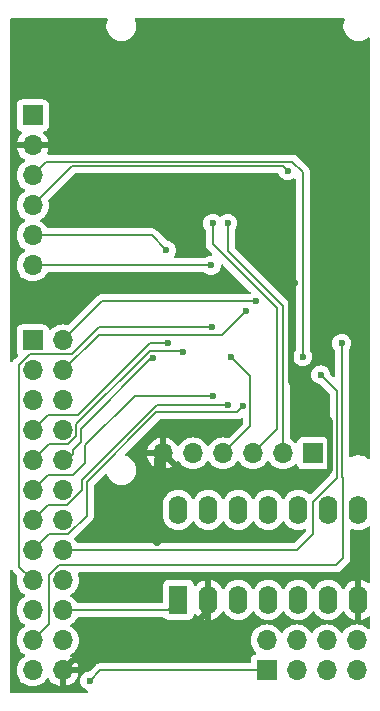
<source format=gbr>
%TF.GenerationSoftware,KiCad,Pcbnew,8.0.0-8.0.0-1~ubuntu22.04.1*%
%TF.CreationDate,2024-03-03T19:53:44+01:00*%
%TF.ProjectId,spi65,73706936-352e-46b6-9963-61645f706362,rev?*%
%TF.SameCoordinates,Original*%
%TF.FileFunction,Copper,L2,Bot*%
%TF.FilePolarity,Positive*%
%FSLAX46Y46*%
G04 Gerber Fmt 4.6, Leading zero omitted, Abs format (unit mm)*
G04 Created by KiCad (PCBNEW 8.0.0-8.0.0-1~ubuntu22.04.1) date 2024-03-03 19:53:44*
%MOMM*%
%LPD*%
G01*
G04 APERTURE LIST*
%TA.AperFunction,ComponentPad*%
%ADD10R,1.700000X1.700000*%
%TD*%
%TA.AperFunction,ComponentPad*%
%ADD11O,1.700000X1.700000*%
%TD*%
%TA.AperFunction,ComponentPad*%
%ADD12R,1.600000X2.400000*%
%TD*%
%TA.AperFunction,ComponentPad*%
%ADD13O,1.600000X2.400000*%
%TD*%
%TA.AperFunction,ViaPad*%
%ADD14C,0.700000*%
%TD*%
%TA.AperFunction,ViaPad*%
%ADD15C,0.600000*%
%TD*%
%TA.AperFunction,Conductor*%
%ADD16C,0.500000*%
%TD*%
%TA.AperFunction,Conductor*%
%ADD17C,0.200000*%
%TD*%
G04 APERTURE END LIST*
D10*
%TO.P,J3,1,Pin_1*%
%TO.N,VCC*%
X104140000Y-59690000D03*
D11*
%TO.P,J3,2,Pin_2*%
%TO.N,GND*%
X104140000Y-62230000D03*
%TO.P,J3,3,Pin_3*%
%TO.N,/TCK*%
X104140000Y-64770000D03*
%TO.P,J3,4,Pin_4*%
%TO.N,/TDO*%
X104140000Y-67310000D03*
%TO.P,J3,5,Pin_5*%
%TO.N,/TDI*%
X104140000Y-69850000D03*
%TO.P,J3,6,Pin_6*%
%TO.N,/TMS*%
X104140000Y-72390000D03*
%TD*%
D10*
%TO.P,J2,1,Pin_1*%
%TO.N,/EXTCLK*%
X123952000Y-106680000D03*
D11*
%TO.P,J2,2,Pin_2*%
%TO.N,Net-(J2-Pin_2)*%
X123952000Y-104140000D03*
%TO.P,J2,3,Pin_3*%
%TO.N,/EXTCLK*%
X126492000Y-106680000D03*
%TO.P,J2,4,Pin_4*%
%TO.N,Net-(J2-Pin_4)*%
X126492000Y-104140000D03*
%TO.P,J2,5,Pin_5*%
%TO.N,/EXTCLK*%
X129032000Y-106680000D03*
%TO.P,J2,6,Pin_6*%
%TO.N,Net-(J2-Pin_6)*%
X129032000Y-104140000D03*
%TO.P,J2,7,Pin_7*%
%TO.N,/EXTCLK*%
X131572000Y-106680000D03*
%TO.P,J2,8,Pin_8*%
%TO.N,Net-(J2-Pin_8)*%
X131572000Y-104140000D03*
%TD*%
D10*
%TO.P,J1,1,Pin_1*%
%TO.N,/CS*%
X127867000Y-88306500D03*
D11*
%TO.P,J1,2,Pin_2*%
%TO.N,/SCK*%
X125327000Y-88306500D03*
%TO.P,J1,3,Pin_3*%
%TO.N,/MOSI*%
X122787000Y-88306500D03*
%TO.P,J1,4,Pin_4*%
%TO.N,/MISO*%
X120247000Y-88306500D03*
%TO.P,J1,5,Pin_5*%
%TO.N,VCC*%
X117707000Y-88306500D03*
%TO.P,J1,6,Pin_6*%
%TO.N,GND*%
X115167000Y-88306500D03*
%TD*%
D12*
%TO.P,U2,1,CP*%
%TO.N,/BUF_PHI2*%
X116459000Y-100711000D03*
D13*
%TO.P,U2,2,MR*%
%TO.N,GND*%
X118999000Y-100711000D03*
%TO.P,U2,3,Q0*%
%TO.N,Net-(J2-Pin_2)*%
X121539000Y-100711000D03*
%TO.P,U2,4,Q1*%
%TO.N,Net-(J2-Pin_4)*%
X124079000Y-100711000D03*
%TO.P,U2,5,Q2*%
%TO.N,Net-(J2-Pin_6)*%
X126619000Y-100711000D03*
%TO.P,U2,6,Q3*%
%TO.N,Net-(J2-Pin_8)*%
X129159000Y-100711000D03*
%TO.P,U2,7,GND*%
%TO.N,GND*%
X131699000Y-100711000D03*
%TO.P,U2,8*%
%TO.N,N/C*%
X131699000Y-93091000D03*
%TO.P,U2,9*%
X129159000Y-93091000D03*
%TO.P,U2,10*%
X126619000Y-93091000D03*
%TO.P,U2,11*%
X124079000Y-93091000D03*
%TO.P,U2,12*%
X121539000Y-93091000D03*
%TO.P,U2,13*%
X118999000Y-93091000D03*
%TO.P,U2,14,VCC*%
%TO.N,VCC*%
X116459000Y-93091000D03*
%TD*%
D10*
%TO.P,SLOT1,1,Pin_1*%
%TO.N,/BUF_D0*%
X104140000Y-78740000D03*
D11*
%TO.P,SLOT1,2,Pin_2*%
%TO.N,/BUF_A0*%
X106680000Y-78740000D03*
%TO.P,SLOT1,3,Pin_3*%
%TO.N,/BUF_D1*%
X104140000Y-81280000D03*
%TO.P,SLOT1,4,Pin_4*%
%TO.N,/BUF_A1*%
X106680000Y-81280000D03*
%TO.P,SLOT1,5,Pin_5*%
%TO.N,/BUF_D2*%
X104140000Y-83820000D03*
%TO.P,SLOT1,6,Pin_6*%
%TO.N,/BUF_A2*%
X106680000Y-83820000D03*
%TO.P,SLOT1,7,Pin_7*%
%TO.N,/BUF_D3*%
X104140000Y-86360000D03*
%TO.P,SLOT1,8,Pin_8*%
%TO.N,/BUF_A3*%
X106680000Y-86360000D03*
%TO.P,SLOT1,9,Pin_9*%
%TO.N,/BUF_D4*%
X104140000Y-88900000D03*
%TO.P,SLOT1,10,Pin_10*%
%TO.N,/BUF_R~{W}*%
X106680000Y-88900000D03*
%TO.P,SLOT1,11,Pin_11*%
%TO.N,/BUF_D5*%
X104140000Y-91440000D03*
%TO.P,SLOT1,12,Pin_12*%
%TO.N,/~{BUF_WE}*%
X106680000Y-91440000D03*
%TO.P,SLOT1,13,Pin_13*%
%TO.N,/BUF_D6*%
X104140000Y-93980000D03*
%TO.P,SLOT1,14,Pin_14*%
%TO.N,/~{BUF_OE}*%
X106680000Y-93980000D03*
%TO.P,SLOT1,15,Pin_15*%
%TO.N,/BUF_D7*%
X104140000Y-96520000D03*
%TO.P,SLOT1,16,Pin_16*%
%TO.N,/~{CS_SLOT0}*%
X106680000Y-96520000D03*
%TO.P,SLOT1,17,Pin_17*%
%TO.N,/~{IRQ}*%
X104140000Y-99060000D03*
%TO.P,SLOT1,18,Pin_18*%
%TO.N,/~{NMI}*%
X106680000Y-99060000D03*
%TO.P,SLOT1,19,Pin_19*%
%TO.N,/CPU_RDY*%
X104140000Y-101600000D03*
%TO.P,SLOT1,20,Pin_20*%
%TO.N,/BUF_PHI2*%
X106680000Y-101600000D03*
%TO.P,SLOT1,21,Pin_21*%
%TO.N,/~{RESET}*%
X104140000Y-104140000D03*
%TO.P,SLOT1,22,Pin_22*%
%TO.N,/RESET_TRIG*%
X106680000Y-104140000D03*
%TO.P,SLOT1,23,Pin_23*%
%TO.N,VCC*%
X104140000Y-106680000D03*
%TO.P,SLOT1,24,Pin_24*%
%TO.N,GND*%
X106680000Y-106680000D03*
%TD*%
D14*
%TO.N,GND*%
X126238000Y-73914000D03*
X114681000Y-95770000D03*
X124460000Y-68072000D03*
D15*
%TO.N,/MISO*%
X120904492Y-80137000D03*
%TO.N,/MOSI*%
X119380000Y-68834000D03*
%TO.N,/SCK*%
X120650000Y-68834000D03*
%TO.N,/EXTCLK*%
X108966000Y-107569000D03*
%TO.N,/~{CS_SLOT0}*%
X128524000Y-81661000D03*
%TO.N,/BUF_A1*%
X122203541Y-76229541D03*
%TO.N,/BUF_R~{W}*%
X114299998Y-80263999D03*
%TO.N,/BUF_D6*%
X120650000Y-84201000D03*
%TO.N,/BUF_D3*%
X115570000Y-78994000D03*
%TO.N,/~{RESET}*%
X130302000Y-78994000D03*
%TO.N,/BUF_D4*%
X116840000Y-79741000D03*
%TO.N,/BUF_D7*%
X121920000Y-84328000D03*
%TO.N,/~{IRQ}*%
X119319343Y-77638520D03*
%TO.N,/BUF_A0*%
X123063000Y-75423000D03*
%TO.N,/BUF_D5*%
X119379998Y-83439000D03*
%TO.N,/TDI*%
X115462538Y-71100462D03*
%TO.N,/TMS*%
X119253000Y-72390000D03*
%TO.N,/TCK*%
X126999999Y-80137000D03*
%TO.N,/TDO*%
X125730000Y-64389000D03*
%TD*%
D16*
%TO.N,GND*%
X106680000Y-106680000D02*
X107530000Y-105830000D01*
X126238000Y-73914000D02*
X124460000Y-72136000D01*
X115167000Y-88306500D02*
X114681000Y-88792500D01*
X125984000Y-74168000D02*
X126238000Y-73914000D01*
X107530000Y-105830000D02*
X114780000Y-105830000D01*
X117284500Y-90424000D02*
X128524000Y-90424000D01*
X115167000Y-88306500D02*
X117284500Y-90424000D01*
X118999000Y-101611000D02*
X118999000Y-100711000D01*
X114681000Y-88792500D02*
X114681000Y-95770000D01*
X129267000Y-89681000D02*
X129267000Y-85579000D01*
X129267000Y-85579000D02*
X125984000Y-82296000D01*
X124460000Y-72136000D02*
X124460000Y-68072000D01*
X128524000Y-90424000D02*
X129267000Y-89681000D01*
X125984000Y-82296000D02*
X125984000Y-74168000D01*
X114780000Y-105830000D02*
X118999000Y-101611000D01*
D17*
%TO.N,/MISO*%
X122554998Y-81787506D02*
X120904492Y-80137000D01*
X120247000Y-88306500D02*
X122554998Y-85998502D01*
X122554998Y-85998502D02*
X122554998Y-81787506D01*
%TO.N,/MOSI*%
X122787000Y-88306500D02*
X124834000Y-86259500D01*
X124834000Y-76033089D02*
X119380000Y-70579089D01*
X124834000Y-86259500D02*
X124834000Y-76033089D01*
X119380000Y-70579089D02*
X119380000Y-68834000D01*
%TO.N,/SCK*%
X120650000Y-71141982D02*
X125327000Y-75818982D01*
X120650000Y-68834000D02*
X120650000Y-71141982D01*
X125327000Y-75818982D02*
X125327000Y-88306500D01*
%TO.N,/EXTCLK*%
X108966000Y-107569000D02*
X109855000Y-106680000D01*
X109855000Y-106680000D02*
X123952000Y-106680000D01*
%TO.N,/~{CS_SLOT0}*%
X129921000Y-90373365D02*
X129921000Y-83058000D01*
X126492000Y-96520000D02*
X127889000Y-95123000D01*
X127889000Y-92405365D02*
X129921000Y-90373365D01*
X129921000Y-83058000D02*
X128524000Y-81661000D01*
X127889000Y-95123000D02*
X127889000Y-92405365D01*
X106680000Y-96520000D02*
X126492000Y-96520000D01*
%TO.N,/BUF_A1*%
X106680000Y-81280000D02*
X109708353Y-78251647D01*
X120181435Y-78251647D02*
X122203541Y-76229541D01*
X109708353Y-78251647D02*
X120181435Y-78251647D01*
%TO.N,/BUF_R~{W}*%
X114173001Y-80263999D02*
X114299998Y-80263999D01*
X106680000Y-88900000D02*
X107061000Y-88900000D01*
X108230000Y-86207000D02*
X114173001Y-80263999D01*
X107061000Y-88900000D02*
X107569000Y-88392000D01*
X107569000Y-88392000D02*
X107569000Y-88011000D01*
X108230000Y-87350000D02*
X108230000Y-86207000D01*
X107569000Y-88011000D02*
X108230000Y-87350000D01*
%TO.N,/BUF_D6*%
X107036346Y-92710000D02*
X108312000Y-91434346D01*
X108312000Y-90571626D02*
X114682626Y-84201000D01*
X114682626Y-84201000D02*
X120650000Y-84201000D01*
X105410000Y-92710000D02*
X107036346Y-92710000D01*
X108312000Y-91434346D02*
X108312000Y-90571626D01*
X104140000Y-93980000D02*
X105410000Y-92710000D01*
%TO.N,/BUF_D3*%
X114085074Y-78994000D02*
X115570000Y-78994000D01*
X105410000Y-85090000D02*
X107989074Y-85090000D01*
X104140000Y-86360000D02*
X105410000Y-85090000D01*
X107989074Y-85090000D02*
X114085074Y-78994000D01*
%TO.N,/~{RESET}*%
X130429000Y-97155000D02*
X130429000Y-90364688D01*
X106323654Y-97790000D02*
X129794000Y-97790000D01*
X130349000Y-90284688D02*
X130349000Y-79041000D01*
X105530000Y-98583654D02*
X106323654Y-97790000D01*
X104140000Y-104140000D02*
X105530000Y-102750000D01*
X130429000Y-90364688D02*
X130349000Y-90284688D01*
X105530000Y-102750000D02*
X105530000Y-98583654D01*
X130349000Y-79041000D02*
X130302000Y-78994000D01*
X129794000Y-97790000D02*
X130429000Y-97155000D01*
%TO.N,/BUF_D4*%
X107830000Y-85814758D02*
X114030759Y-79613999D01*
X116713000Y-79614000D02*
X116840000Y-79741000D01*
X104140000Y-88900000D02*
X105530000Y-87510000D01*
X105530000Y-87510000D02*
X107156346Y-87510000D01*
X107830000Y-86836346D02*
X107830000Y-85814758D01*
X107156346Y-87510000D02*
X107830000Y-86836346D01*
X114030759Y-79613999D02*
X116713000Y-79614000D01*
%TO.N,/BUF_PHI2*%
X115570000Y-101600000D02*
X116459000Y-100711000D01*
X106680000Y-101600000D02*
X115570000Y-101600000D01*
%TO.N,/BUF_D7*%
X107156346Y-95130000D02*
X108712000Y-93574346D01*
X108712000Y-90737312D02*
X114613312Y-84836000D01*
X105530000Y-95130000D02*
X107156346Y-95130000D01*
X114613312Y-84836000D02*
X121412000Y-84836000D01*
X121412000Y-84836000D02*
X121920000Y-84328000D01*
X104140000Y-96520000D02*
X105530000Y-95130000D01*
X108712000Y-93574346D02*
X108712000Y-90737312D01*
%TO.N,/~{IRQ}*%
X104140000Y-99060000D02*
X102990000Y-97910000D01*
X103903654Y-79890000D02*
X107504314Y-79890000D01*
X102990000Y-80803654D02*
X103903654Y-79890000D01*
X109755794Y-77638520D02*
X119319343Y-77638520D01*
X107504314Y-79890000D02*
X109755794Y-77638520D01*
X102990000Y-97910000D02*
X102990000Y-80803654D01*
%TO.N,/BUF_A0*%
X109997000Y-75423000D02*
X123063000Y-75423000D01*
X106680000Y-78740000D02*
X109997000Y-75423000D01*
%TO.N,/BUF_D5*%
X105410000Y-90170000D02*
X107569000Y-90170000D01*
X108585000Y-89154000D02*
X108585000Y-87630000D01*
X108585000Y-87630000D02*
X112776000Y-83439000D01*
X112776000Y-83439000D02*
X119379998Y-83439000D01*
X107569000Y-90170000D02*
X108585000Y-89154000D01*
X104140000Y-91440000D02*
X105410000Y-90170000D01*
%TO.N,/TDI*%
X104140000Y-69850000D02*
X114212076Y-69850000D01*
X114212076Y-69850000D02*
X115462538Y-71100462D01*
%TO.N,/TMS*%
X104140000Y-72390000D02*
X119253000Y-72390000D01*
%TO.N,/TCK*%
X126999999Y-64485760D02*
X126999999Y-80137000D01*
X126122239Y-63608000D02*
X126999999Y-64485760D01*
X105302000Y-63608000D02*
X126122239Y-63608000D01*
X104140000Y-64770000D02*
X105302000Y-63608000D01*
%TO.N,/TDO*%
X125349000Y-64008000D02*
X125730000Y-64389000D01*
X107442000Y-64008000D02*
X125349000Y-64008000D01*
X104140000Y-67310000D02*
X107442000Y-64008000D01*
%TD*%
%TA.AperFunction,Conductor*%
%TO.N,GND*%
G36*
X102440203Y-98172362D02*
G01*
X102466384Y-98204072D01*
X102496023Y-98255407D01*
X102509479Y-98278715D01*
X102628349Y-98397585D01*
X102628355Y-98397590D01*
X102807233Y-98576468D01*
X102840718Y-98637791D01*
X102839327Y-98696241D01*
X102804939Y-98824583D01*
X102804936Y-98824596D01*
X102784341Y-99059999D01*
X102784341Y-99060000D01*
X102804936Y-99295403D01*
X102804938Y-99295413D01*
X102866094Y-99523655D01*
X102866096Y-99523659D01*
X102866097Y-99523663D01*
X102915520Y-99629650D01*
X102965965Y-99737830D01*
X102965967Y-99737834D01*
X103101501Y-99931395D01*
X103101506Y-99931402D01*
X103268597Y-100098493D01*
X103268603Y-100098498D01*
X103454158Y-100228425D01*
X103497783Y-100283002D01*
X103504977Y-100352500D01*
X103473454Y-100414855D01*
X103454158Y-100431575D01*
X103268597Y-100561505D01*
X103101505Y-100728597D01*
X102965965Y-100922169D01*
X102965964Y-100922171D01*
X102866098Y-101136335D01*
X102866094Y-101136344D01*
X102804938Y-101364586D01*
X102804936Y-101364596D01*
X102784341Y-101599999D01*
X102784341Y-101600000D01*
X102804936Y-101835403D01*
X102804938Y-101835413D01*
X102866094Y-102063655D01*
X102866096Y-102063659D01*
X102866097Y-102063663D01*
X102938839Y-102219658D01*
X102965965Y-102277830D01*
X102965967Y-102277834D01*
X103101501Y-102471395D01*
X103101506Y-102471402D01*
X103268597Y-102638493D01*
X103268603Y-102638498D01*
X103454158Y-102768425D01*
X103497783Y-102823002D01*
X103504977Y-102892500D01*
X103473454Y-102954855D01*
X103454158Y-102971575D01*
X103268597Y-103101505D01*
X103101505Y-103268597D01*
X102965965Y-103462169D01*
X102965964Y-103462171D01*
X102866098Y-103676335D01*
X102866094Y-103676344D01*
X102804938Y-103904586D01*
X102804936Y-103904596D01*
X102784341Y-104139999D01*
X102784341Y-104140000D01*
X102804936Y-104375403D01*
X102804938Y-104375413D01*
X102866094Y-104603655D01*
X102866096Y-104603659D01*
X102866097Y-104603663D01*
X102870000Y-104612032D01*
X102965965Y-104817830D01*
X102965967Y-104817834D01*
X103074281Y-104972521D01*
X103101501Y-105011396D01*
X103101506Y-105011402D01*
X103268597Y-105178493D01*
X103268603Y-105178498D01*
X103454158Y-105308425D01*
X103497783Y-105363002D01*
X103504977Y-105432500D01*
X103473454Y-105494855D01*
X103454158Y-105511575D01*
X103268597Y-105641505D01*
X103101505Y-105808597D01*
X102965965Y-106002169D01*
X102965964Y-106002171D01*
X102866098Y-106216335D01*
X102866094Y-106216344D01*
X102804938Y-106444586D01*
X102804936Y-106444596D01*
X102784341Y-106679999D01*
X102784341Y-106680000D01*
X102804936Y-106915403D01*
X102804938Y-106915413D01*
X102866094Y-107143655D01*
X102866096Y-107143659D01*
X102866097Y-107143663D01*
X102946004Y-107315023D01*
X102965965Y-107357830D01*
X102965967Y-107357834D01*
X103074281Y-107512521D01*
X103101505Y-107551401D01*
X103268599Y-107718495D01*
X103365384Y-107786265D01*
X103462165Y-107854032D01*
X103462167Y-107854033D01*
X103462170Y-107854035D01*
X103676337Y-107953903D01*
X103904592Y-108015063D01*
X104081034Y-108030500D01*
X104139999Y-108035659D01*
X104140000Y-108035659D01*
X104140001Y-108035659D01*
X104198966Y-108030500D01*
X104375408Y-108015063D01*
X104603663Y-107953903D01*
X104817830Y-107854035D01*
X105011401Y-107718495D01*
X105178495Y-107551401D01*
X105308730Y-107365405D01*
X105363307Y-107321781D01*
X105432805Y-107314587D01*
X105495160Y-107346110D01*
X105511879Y-107365405D01*
X105641890Y-107551078D01*
X105808917Y-107718105D01*
X106002421Y-107853600D01*
X106216507Y-107953429D01*
X106216516Y-107953433D01*
X106430000Y-108010634D01*
X106430000Y-107113012D01*
X106487007Y-107145925D01*
X106614174Y-107180000D01*
X106745826Y-107180000D01*
X106872993Y-107145925D01*
X106930000Y-107113012D01*
X106930000Y-108010633D01*
X107143483Y-107953433D01*
X107143492Y-107953429D01*
X107357578Y-107853600D01*
X107551082Y-107718105D01*
X107718105Y-107551082D01*
X107853600Y-107357578D01*
X107953429Y-107143492D01*
X107953432Y-107143486D01*
X108010636Y-106930000D01*
X107113012Y-106930000D01*
X107145925Y-106872993D01*
X107180000Y-106745826D01*
X107180000Y-106614174D01*
X107145925Y-106487007D01*
X107113012Y-106430000D01*
X108010636Y-106430000D01*
X108010635Y-106429999D01*
X107953432Y-106216513D01*
X107953429Y-106216507D01*
X107853600Y-106002422D01*
X107853599Y-106002420D01*
X107718113Y-105808926D01*
X107718108Y-105808920D01*
X107551078Y-105641890D01*
X107365405Y-105511879D01*
X107321780Y-105457302D01*
X107314588Y-105387804D01*
X107346110Y-105325449D01*
X107365406Y-105308730D01*
X107365842Y-105308425D01*
X107551401Y-105178495D01*
X107718495Y-105011401D01*
X107854035Y-104817830D01*
X107953903Y-104603663D01*
X108015063Y-104375408D01*
X108035659Y-104140000D01*
X108015063Y-103904592D01*
X107953903Y-103676337D01*
X107854035Y-103462171D01*
X107848425Y-103454158D01*
X107718494Y-103268597D01*
X107551402Y-103101506D01*
X107551396Y-103101501D01*
X107365842Y-102971575D01*
X107322217Y-102916998D01*
X107315023Y-102847500D01*
X107346546Y-102785145D01*
X107365842Y-102768425D01*
X107388026Y-102752891D01*
X107551401Y-102638495D01*
X107718495Y-102471401D01*
X107854035Y-102277830D01*
X107856707Y-102272097D01*
X107902878Y-102219658D01*
X107969091Y-102200500D01*
X115188445Y-102200500D01*
X115255484Y-102220185D01*
X115287710Y-102250187D01*
X115301454Y-102268546D01*
X115301455Y-102268547D01*
X115416664Y-102354793D01*
X115416671Y-102354797D01*
X115551517Y-102405091D01*
X115551516Y-102405091D01*
X115558444Y-102405835D01*
X115611127Y-102411500D01*
X117306872Y-102411499D01*
X117366483Y-102405091D01*
X117501331Y-102354796D01*
X117616546Y-102268546D01*
X117702796Y-102153331D01*
X117753091Y-102018483D01*
X117757140Y-101980815D01*
X117783876Y-101916268D01*
X117841268Y-101876419D01*
X117911093Y-101873924D01*
X117971183Y-101909576D01*
X117980747Y-101921187D01*
X118007417Y-101957894D01*
X118007417Y-101957895D01*
X118152104Y-102102582D01*
X118317650Y-102222859D01*
X118499968Y-102315754D01*
X118694578Y-102378988D01*
X118749000Y-102387607D01*
X118749000Y-101026686D01*
X118753394Y-101031080D01*
X118844606Y-101083741D01*
X118946339Y-101111000D01*
X119051661Y-101111000D01*
X119153394Y-101083741D01*
X119244606Y-101031080D01*
X119249000Y-101026686D01*
X119249000Y-102387606D01*
X119303421Y-102378988D01*
X119498031Y-102315754D01*
X119680349Y-102222859D01*
X119845894Y-102102582D01*
X119845895Y-102102582D01*
X119990582Y-101957895D01*
X119990582Y-101957894D01*
X120110861Y-101792347D01*
X120158234Y-101699371D01*
X120206208Y-101648575D01*
X120274028Y-101631779D01*
X120340164Y-101654316D01*
X120379203Y-101699369D01*
X120426713Y-101792611D01*
X120547028Y-101958213D01*
X120691786Y-102102971D01*
X120826026Y-102200500D01*
X120857390Y-102223287D01*
X120964444Y-102277834D01*
X121039776Y-102316218D01*
X121039778Y-102316218D01*
X121039781Y-102316220D01*
X121144137Y-102350127D01*
X121234465Y-102379477D01*
X121335557Y-102395488D01*
X121436648Y-102411500D01*
X121436649Y-102411500D01*
X121641351Y-102411500D01*
X121641352Y-102411500D01*
X121843534Y-102379477D01*
X122038219Y-102316220D01*
X122220610Y-102223287D01*
X122316901Y-102153328D01*
X122386213Y-102102971D01*
X122386215Y-102102968D01*
X122386219Y-102102966D01*
X122530966Y-101958219D01*
X122530968Y-101958215D01*
X122530971Y-101958213D01*
X122651284Y-101792614D01*
X122651286Y-101792611D01*
X122651287Y-101792610D01*
X122698516Y-101699917D01*
X122746489Y-101649123D01*
X122814310Y-101632328D01*
X122880445Y-101654865D01*
X122919485Y-101699919D01*
X122966715Y-101792614D01*
X123087028Y-101958213D01*
X123231786Y-102102971D01*
X123366026Y-102200500D01*
X123397390Y-102223287D01*
X123504444Y-102277834D01*
X123579776Y-102316218D01*
X123579778Y-102316218D01*
X123579781Y-102316220D01*
X123684137Y-102350127D01*
X123774465Y-102379477D01*
X123875557Y-102395488D01*
X123976648Y-102411500D01*
X123976649Y-102411500D01*
X124181351Y-102411500D01*
X124181352Y-102411500D01*
X124383534Y-102379477D01*
X124578219Y-102316220D01*
X124760610Y-102223287D01*
X124856901Y-102153328D01*
X124926213Y-102102971D01*
X124926215Y-102102968D01*
X124926219Y-102102966D01*
X125070966Y-101958219D01*
X125070968Y-101958215D01*
X125070971Y-101958213D01*
X125191284Y-101792614D01*
X125191286Y-101792611D01*
X125191287Y-101792610D01*
X125238516Y-101699917D01*
X125286489Y-101649123D01*
X125354310Y-101632328D01*
X125420445Y-101654865D01*
X125459485Y-101699919D01*
X125506715Y-101792614D01*
X125627028Y-101958213D01*
X125771786Y-102102971D01*
X125906026Y-102200500D01*
X125937390Y-102223287D01*
X126044444Y-102277834D01*
X126119776Y-102316218D01*
X126119778Y-102316218D01*
X126119781Y-102316220D01*
X126224137Y-102350127D01*
X126314465Y-102379477D01*
X126415557Y-102395488D01*
X126516648Y-102411500D01*
X126516649Y-102411500D01*
X126721351Y-102411500D01*
X126721352Y-102411500D01*
X126923534Y-102379477D01*
X127118219Y-102316220D01*
X127300610Y-102223287D01*
X127396901Y-102153328D01*
X127466213Y-102102971D01*
X127466215Y-102102968D01*
X127466219Y-102102966D01*
X127610966Y-101958219D01*
X127610968Y-101958215D01*
X127610971Y-101958213D01*
X127731284Y-101792614D01*
X127731286Y-101792611D01*
X127731287Y-101792610D01*
X127778516Y-101699917D01*
X127826489Y-101649123D01*
X127894310Y-101632328D01*
X127960445Y-101654865D01*
X127999485Y-101699919D01*
X128046715Y-101792614D01*
X128167028Y-101958213D01*
X128311786Y-102102971D01*
X128446026Y-102200500D01*
X128477390Y-102223287D01*
X128584444Y-102277834D01*
X128659776Y-102316218D01*
X128659778Y-102316218D01*
X128659781Y-102316220D01*
X128764137Y-102350127D01*
X128854465Y-102379477D01*
X128955557Y-102395488D01*
X129056648Y-102411500D01*
X129056649Y-102411500D01*
X129261351Y-102411500D01*
X129261352Y-102411500D01*
X129463534Y-102379477D01*
X129658219Y-102316220D01*
X129840610Y-102223287D01*
X129936901Y-102153328D01*
X130006213Y-102102971D01*
X130006215Y-102102968D01*
X130006219Y-102102966D01*
X130150966Y-101958219D01*
X130150968Y-101958215D01*
X130150971Y-101958213D01*
X130271284Y-101792614D01*
X130271286Y-101792611D01*
X130271287Y-101792610D01*
X130318795Y-101699369D01*
X130366770Y-101648574D01*
X130434591Y-101631779D01*
X130500725Y-101654316D01*
X130539765Y-101699370D01*
X130587140Y-101792349D01*
X130707417Y-101957894D01*
X130707417Y-101957895D01*
X130852104Y-102102582D01*
X131017650Y-102222859D01*
X131199968Y-102315754D01*
X131394578Y-102378988D01*
X131449000Y-102387607D01*
X131449000Y-101026686D01*
X131453394Y-101031080D01*
X131544606Y-101083741D01*
X131646339Y-101111000D01*
X131751661Y-101111000D01*
X131853394Y-101083741D01*
X131944606Y-101031080D01*
X131949000Y-101026686D01*
X131949000Y-102387606D01*
X132003421Y-102378988D01*
X132198031Y-102315754D01*
X132380349Y-102222859D01*
X132518114Y-102122767D01*
X132583921Y-102099287D01*
X132651974Y-102115112D01*
X132700669Y-102165218D01*
X132715000Y-102223085D01*
X132715000Y-103073741D01*
X132695315Y-103140780D01*
X132642511Y-103186535D01*
X132573353Y-103196479D01*
X132509797Y-103167454D01*
X132503319Y-103161423D01*
X132482676Y-103140780D01*
X132443401Y-103101505D01*
X132443397Y-103101502D01*
X132443396Y-103101501D01*
X132249834Y-102965967D01*
X132249830Y-102965965D01*
X132249828Y-102965964D01*
X132035663Y-102866097D01*
X132035659Y-102866096D01*
X132035655Y-102866094D01*
X131807413Y-102804938D01*
X131807403Y-102804936D01*
X131572001Y-102784341D01*
X131571999Y-102784341D01*
X131336596Y-102804936D01*
X131336586Y-102804938D01*
X131108344Y-102866094D01*
X131108335Y-102866098D01*
X130894171Y-102965964D01*
X130894169Y-102965965D01*
X130700597Y-103101505D01*
X130533505Y-103268597D01*
X130403575Y-103454158D01*
X130348998Y-103497783D01*
X130279500Y-103504977D01*
X130217145Y-103473454D01*
X130200425Y-103454158D01*
X130070494Y-103268597D01*
X129903402Y-103101506D01*
X129903395Y-103101501D01*
X129709834Y-102965967D01*
X129709830Y-102965965D01*
X129709828Y-102965964D01*
X129495663Y-102866097D01*
X129495659Y-102866096D01*
X129495655Y-102866094D01*
X129267413Y-102804938D01*
X129267403Y-102804936D01*
X129032001Y-102784341D01*
X129031999Y-102784341D01*
X128796596Y-102804936D01*
X128796586Y-102804938D01*
X128568344Y-102866094D01*
X128568335Y-102866098D01*
X128354171Y-102965964D01*
X128354169Y-102965965D01*
X128160597Y-103101505D01*
X127993505Y-103268597D01*
X127863575Y-103454158D01*
X127808998Y-103497783D01*
X127739500Y-103504977D01*
X127677145Y-103473454D01*
X127660425Y-103454158D01*
X127530494Y-103268597D01*
X127363402Y-103101506D01*
X127363395Y-103101501D01*
X127169834Y-102965967D01*
X127169830Y-102965965D01*
X127169828Y-102965964D01*
X126955663Y-102866097D01*
X126955659Y-102866096D01*
X126955655Y-102866094D01*
X126727413Y-102804938D01*
X126727403Y-102804936D01*
X126492001Y-102784341D01*
X126491999Y-102784341D01*
X126256596Y-102804936D01*
X126256586Y-102804938D01*
X126028344Y-102866094D01*
X126028335Y-102866098D01*
X125814171Y-102965964D01*
X125814169Y-102965965D01*
X125620597Y-103101505D01*
X125453505Y-103268597D01*
X125323575Y-103454158D01*
X125268998Y-103497783D01*
X125199500Y-103504977D01*
X125137145Y-103473454D01*
X125120425Y-103454158D01*
X124990494Y-103268597D01*
X124823402Y-103101506D01*
X124823395Y-103101501D01*
X124629834Y-102965967D01*
X124629830Y-102965965D01*
X124629828Y-102965964D01*
X124415663Y-102866097D01*
X124415659Y-102866096D01*
X124415655Y-102866094D01*
X124187413Y-102804938D01*
X124187403Y-102804936D01*
X123952001Y-102784341D01*
X123951999Y-102784341D01*
X123716596Y-102804936D01*
X123716586Y-102804938D01*
X123488344Y-102866094D01*
X123488335Y-102866098D01*
X123274171Y-102965964D01*
X123274169Y-102965965D01*
X123080597Y-103101505D01*
X122913505Y-103268597D01*
X122777965Y-103462169D01*
X122777964Y-103462171D01*
X122678098Y-103676335D01*
X122678094Y-103676344D01*
X122616938Y-103904586D01*
X122616936Y-103904596D01*
X122596341Y-104139999D01*
X122596341Y-104140000D01*
X122616936Y-104375403D01*
X122616938Y-104375413D01*
X122678094Y-104603655D01*
X122678096Y-104603659D01*
X122678097Y-104603663D01*
X122682000Y-104612032D01*
X122777965Y-104817830D01*
X122777967Y-104817834D01*
X122886281Y-104972521D01*
X122913501Y-105011396D01*
X122913506Y-105011402D01*
X123035430Y-105133326D01*
X123068915Y-105194649D01*
X123063931Y-105264341D01*
X123022059Y-105320274D01*
X122991083Y-105337189D01*
X122859669Y-105386203D01*
X122859664Y-105386206D01*
X122744455Y-105472452D01*
X122744452Y-105472455D01*
X122658206Y-105587664D01*
X122658202Y-105587671D01*
X122607908Y-105722517D01*
X122601501Y-105782116D01*
X122601500Y-105782135D01*
X122601500Y-105955500D01*
X122581815Y-106022539D01*
X122529011Y-106068294D01*
X122477500Y-106079500D01*
X109941669Y-106079500D01*
X109941653Y-106079499D01*
X109934057Y-106079499D01*
X109775943Y-106079499D01*
X109668587Y-106108265D01*
X109623210Y-106120424D01*
X109623209Y-106120425D01*
X109573096Y-106149359D01*
X109573095Y-106149360D01*
X109529689Y-106174420D01*
X109486285Y-106199479D01*
X109486282Y-106199481D01*
X109374478Y-106311286D01*
X108947465Y-106738298D01*
X108886142Y-106771783D01*
X108873668Y-106773837D01*
X108786750Y-106783630D01*
X108616478Y-106843210D01*
X108463737Y-106939184D01*
X108336184Y-107066737D01*
X108240211Y-107219476D01*
X108180631Y-107389745D01*
X108180630Y-107389750D01*
X108160435Y-107568996D01*
X108160435Y-107569003D01*
X108180630Y-107748249D01*
X108180631Y-107748254D01*
X108240211Y-107918523D01*
X108313813Y-108035659D01*
X108336184Y-108071262D01*
X108463738Y-108198816D01*
X108616478Y-108294789D01*
X108756995Y-108343958D01*
X108813771Y-108384680D01*
X108839518Y-108449633D01*
X108826062Y-108518194D01*
X108777675Y-108568597D01*
X108716040Y-108585000D01*
X102359000Y-108585000D01*
X102291961Y-108565315D01*
X102246206Y-108512511D01*
X102235000Y-108461000D01*
X102235000Y-98266075D01*
X102254685Y-98199036D01*
X102307489Y-98153281D01*
X102376647Y-98143337D01*
X102440203Y-98172362D01*
G37*
%TD.AperFunction*%
%TA.AperFunction,Conductor*%
G36*
X132651975Y-94495731D02*
G01*
X132700670Y-94545837D01*
X132715000Y-94603703D01*
X132715000Y-99198914D01*
X132695315Y-99265953D01*
X132642511Y-99311708D01*
X132573353Y-99321652D01*
X132518115Y-99299232D01*
X132380352Y-99199142D01*
X132198029Y-99106244D01*
X132003413Y-99043009D01*
X131949000Y-99034390D01*
X131949000Y-100395314D01*
X131944606Y-100390920D01*
X131853394Y-100338259D01*
X131751661Y-100311000D01*
X131646339Y-100311000D01*
X131544606Y-100338259D01*
X131453394Y-100390920D01*
X131449000Y-100395314D01*
X131449000Y-99034390D01*
X131394586Y-99043009D01*
X131199970Y-99106244D01*
X131017650Y-99199140D01*
X130852105Y-99319417D01*
X130852104Y-99319417D01*
X130707417Y-99464104D01*
X130707417Y-99464105D01*
X130587140Y-99629650D01*
X130539765Y-99722629D01*
X130491790Y-99773425D01*
X130423969Y-99790220D01*
X130357834Y-99767682D01*
X130318795Y-99722629D01*
X130271419Y-99629650D01*
X130271287Y-99629390D01*
X130263556Y-99618749D01*
X130150971Y-99463786D01*
X130006213Y-99319028D01*
X129840613Y-99198715D01*
X129840612Y-99198714D01*
X129840610Y-99198713D01*
X129783653Y-99169691D01*
X129658223Y-99105781D01*
X129463534Y-99042522D01*
X129288995Y-99014878D01*
X129261352Y-99010500D01*
X129056648Y-99010500D01*
X129032329Y-99014351D01*
X128854465Y-99042522D01*
X128659776Y-99105781D01*
X128477386Y-99198715D01*
X128311786Y-99319028D01*
X128167028Y-99463786D01*
X128046715Y-99629386D01*
X127999485Y-99722080D01*
X127951510Y-99772876D01*
X127883689Y-99789671D01*
X127817554Y-99767134D01*
X127778515Y-99722080D01*
X127731419Y-99629650D01*
X127731287Y-99629390D01*
X127723556Y-99618749D01*
X127610971Y-99463786D01*
X127466213Y-99319028D01*
X127300613Y-99198715D01*
X127300612Y-99198714D01*
X127300610Y-99198713D01*
X127243653Y-99169691D01*
X127118223Y-99105781D01*
X126923534Y-99042522D01*
X126748995Y-99014878D01*
X126721352Y-99010500D01*
X126516648Y-99010500D01*
X126492329Y-99014351D01*
X126314465Y-99042522D01*
X126119776Y-99105781D01*
X125937386Y-99198715D01*
X125771786Y-99319028D01*
X125627028Y-99463786D01*
X125506715Y-99629386D01*
X125459485Y-99722080D01*
X125411510Y-99772876D01*
X125343689Y-99789671D01*
X125277554Y-99767134D01*
X125238515Y-99722080D01*
X125191419Y-99629650D01*
X125191287Y-99629390D01*
X125183556Y-99618749D01*
X125070971Y-99463786D01*
X124926213Y-99319028D01*
X124760613Y-99198715D01*
X124760612Y-99198714D01*
X124760610Y-99198713D01*
X124703653Y-99169691D01*
X124578223Y-99105781D01*
X124383534Y-99042522D01*
X124208995Y-99014878D01*
X124181352Y-99010500D01*
X123976648Y-99010500D01*
X123952329Y-99014351D01*
X123774465Y-99042522D01*
X123579776Y-99105781D01*
X123397386Y-99198715D01*
X123231786Y-99319028D01*
X123087028Y-99463786D01*
X122966715Y-99629386D01*
X122919485Y-99722080D01*
X122871510Y-99772876D01*
X122803689Y-99789671D01*
X122737554Y-99767134D01*
X122698515Y-99722080D01*
X122651419Y-99629650D01*
X122651287Y-99629390D01*
X122643556Y-99618749D01*
X122530971Y-99463786D01*
X122386213Y-99319028D01*
X122220613Y-99198715D01*
X122220612Y-99198714D01*
X122220610Y-99198713D01*
X122163653Y-99169691D01*
X122038223Y-99105781D01*
X121843534Y-99042522D01*
X121668995Y-99014878D01*
X121641352Y-99010500D01*
X121436648Y-99010500D01*
X121412329Y-99014351D01*
X121234465Y-99042522D01*
X121039776Y-99105781D01*
X120857386Y-99198715D01*
X120691786Y-99319028D01*
X120547028Y-99463786D01*
X120426713Y-99629388D01*
X120379203Y-99722630D01*
X120331228Y-99773426D01*
X120263407Y-99790220D01*
X120197272Y-99767682D01*
X120158234Y-99722628D01*
X120110861Y-99629652D01*
X119990582Y-99464105D01*
X119990582Y-99464104D01*
X119845895Y-99319417D01*
X119680349Y-99199140D01*
X119498029Y-99106244D01*
X119303413Y-99043009D01*
X119249000Y-99034390D01*
X119249000Y-100395314D01*
X119244606Y-100390920D01*
X119153394Y-100338259D01*
X119051661Y-100311000D01*
X118946339Y-100311000D01*
X118844606Y-100338259D01*
X118753394Y-100390920D01*
X118749000Y-100395314D01*
X118749000Y-99034390D01*
X118694586Y-99043009D01*
X118499970Y-99106244D01*
X118317650Y-99199140D01*
X118152105Y-99319417D01*
X118152104Y-99319417D01*
X118007414Y-99464107D01*
X117980746Y-99500813D01*
X117925415Y-99543478D01*
X117855802Y-99549456D01*
X117794007Y-99516849D01*
X117759651Y-99456010D01*
X117757139Y-99441177D01*
X117753091Y-99403517D01*
X117702797Y-99268671D01*
X117702793Y-99268664D01*
X117616547Y-99153455D01*
X117616544Y-99153452D01*
X117501335Y-99067206D01*
X117501328Y-99067202D01*
X117366482Y-99016908D01*
X117366483Y-99016908D01*
X117306883Y-99010501D01*
X117306881Y-99010500D01*
X117306873Y-99010500D01*
X117306864Y-99010500D01*
X115611129Y-99010500D01*
X115611123Y-99010501D01*
X115551516Y-99016908D01*
X115416671Y-99067202D01*
X115416664Y-99067206D01*
X115301455Y-99153452D01*
X115301452Y-99153455D01*
X115215206Y-99268664D01*
X115215202Y-99268671D01*
X115164908Y-99403517D01*
X115159265Y-99456010D01*
X115158500Y-99463127D01*
X115158500Y-100228425D01*
X115158501Y-100875500D01*
X115138816Y-100942539D01*
X115086013Y-100988294D01*
X115034501Y-100999500D01*
X107969091Y-100999500D01*
X107902052Y-100979815D01*
X107856711Y-100927909D01*
X107854037Y-100922175D01*
X107854034Y-100922170D01*
X107854033Y-100922169D01*
X107718495Y-100728599D01*
X107718494Y-100728597D01*
X107551402Y-100561506D01*
X107551396Y-100561501D01*
X107365842Y-100431575D01*
X107322217Y-100376998D01*
X107315023Y-100307500D01*
X107346546Y-100245145D01*
X107365842Y-100228425D01*
X107469501Y-100155842D01*
X107551401Y-100098495D01*
X107718495Y-99931401D01*
X107854035Y-99737830D01*
X107953903Y-99523663D01*
X108015063Y-99295408D01*
X108035659Y-99060000D01*
X108034172Y-99043009D01*
X108015063Y-98824596D01*
X108015063Y-98824592D01*
X107953903Y-98596337D01*
X107940177Y-98566902D01*
X107929686Y-98497829D01*
X107958205Y-98434044D01*
X108016681Y-98395804D01*
X108052560Y-98390500D01*
X129707331Y-98390500D01*
X129707347Y-98390501D01*
X129714943Y-98390501D01*
X129873054Y-98390501D01*
X129873057Y-98390501D01*
X130025785Y-98349577D01*
X130075904Y-98320639D01*
X130162716Y-98270520D01*
X130274520Y-98158716D01*
X130274520Y-98158714D01*
X130284728Y-98148507D01*
X130284729Y-98148504D01*
X130909520Y-97523716D01*
X130988577Y-97386784D01*
X131029501Y-97234057D01*
X131029501Y-97075942D01*
X131029501Y-97068347D01*
X131029500Y-97068329D01*
X131029500Y-94811266D01*
X131049185Y-94744227D01*
X131101989Y-94698472D01*
X131171147Y-94688528D01*
X131195029Y-94695080D01*
X131195148Y-94694714D01*
X131199777Y-94696218D01*
X131199781Y-94696220D01*
X131327820Y-94737822D01*
X131394465Y-94759477D01*
X131495557Y-94775488D01*
X131596648Y-94791500D01*
X131596649Y-94791500D01*
X131801351Y-94791500D01*
X131801352Y-94791500D01*
X132003534Y-94759477D01*
X132198219Y-94696220D01*
X132380610Y-94603287D01*
X132480591Y-94530647D01*
X132518115Y-94503385D01*
X132583921Y-94479905D01*
X132651975Y-94495731D01*
G37*
%TD.AperFunction*%
%TA.AperFunction,Conductor*%
G36*
X121902425Y-85329954D02*
G01*
X121945616Y-85384875D01*
X121954498Y-85430961D01*
X121954498Y-85698404D01*
X121934813Y-85765443D01*
X121918179Y-85786085D01*
X120730530Y-86973733D01*
X120669207Y-87007218D01*
X120610756Y-87005827D01*
X120482413Y-86971438D01*
X120482403Y-86971436D01*
X120247001Y-86950841D01*
X120246999Y-86950841D01*
X120011596Y-86971436D01*
X120011586Y-86971438D01*
X119783344Y-87032594D01*
X119783335Y-87032598D01*
X119569171Y-87132464D01*
X119569169Y-87132465D01*
X119375597Y-87268005D01*
X119208505Y-87435097D01*
X119078575Y-87620658D01*
X119023998Y-87664283D01*
X118954500Y-87671477D01*
X118892145Y-87639954D01*
X118875425Y-87620658D01*
X118745494Y-87435097D01*
X118578402Y-87268006D01*
X118578395Y-87268001D01*
X118384834Y-87132467D01*
X118384830Y-87132465D01*
X118362362Y-87121988D01*
X118170663Y-87032597D01*
X118170659Y-87032596D01*
X118170655Y-87032594D01*
X117942413Y-86971438D01*
X117942403Y-86971436D01*
X117707001Y-86950841D01*
X117706999Y-86950841D01*
X117471596Y-86971436D01*
X117471586Y-86971438D01*
X117243344Y-87032594D01*
X117243335Y-87032598D01*
X117029171Y-87132464D01*
X117029169Y-87132465D01*
X116835597Y-87268005D01*
X116668508Y-87435094D01*
X116538269Y-87621095D01*
X116483692Y-87664719D01*
X116414193Y-87671912D01*
X116351839Y-87640390D01*
X116335119Y-87621094D01*
X116205113Y-87435426D01*
X116205108Y-87435420D01*
X116038082Y-87268394D01*
X115844578Y-87132899D01*
X115630492Y-87033070D01*
X115630486Y-87033067D01*
X115417000Y-86975864D01*
X115417000Y-87873488D01*
X115359993Y-87840575D01*
X115232826Y-87806500D01*
X115101174Y-87806500D01*
X114974007Y-87840575D01*
X114917000Y-87873488D01*
X114917000Y-86975864D01*
X114916999Y-86975864D01*
X114703513Y-87033067D01*
X114703507Y-87033070D01*
X114489422Y-87132899D01*
X114489420Y-87132900D01*
X114295926Y-87268386D01*
X114295920Y-87268391D01*
X114128891Y-87435420D01*
X114128886Y-87435426D01*
X113993400Y-87628920D01*
X113993399Y-87628922D01*
X113893570Y-87843007D01*
X113893567Y-87843013D01*
X113836364Y-88056499D01*
X113836364Y-88056500D01*
X114733988Y-88056500D01*
X114701075Y-88113507D01*
X114667000Y-88240674D01*
X114667000Y-88372326D01*
X114701075Y-88499493D01*
X114733988Y-88556500D01*
X113836364Y-88556500D01*
X113893567Y-88769986D01*
X113893570Y-88769992D01*
X113993399Y-88984078D01*
X114128894Y-89177582D01*
X114295917Y-89344605D01*
X114489421Y-89480100D01*
X114703507Y-89579929D01*
X114703516Y-89579933D01*
X114917000Y-89637134D01*
X114917000Y-88739512D01*
X114974007Y-88772425D01*
X115101174Y-88806500D01*
X115232826Y-88806500D01*
X115359993Y-88772425D01*
X115417000Y-88739512D01*
X115417000Y-89637133D01*
X115630483Y-89579933D01*
X115630492Y-89579929D01*
X115844578Y-89480100D01*
X116038082Y-89344605D01*
X116205105Y-89177582D01*
X116335119Y-88991905D01*
X116389696Y-88948281D01*
X116459195Y-88941088D01*
X116521549Y-88972610D01*
X116538269Y-88991905D01*
X116668505Y-89177901D01*
X116835599Y-89344995D01*
X116932384Y-89412765D01*
X117029165Y-89480532D01*
X117029167Y-89480533D01*
X117029170Y-89480535D01*
X117243337Y-89580403D01*
X117471592Y-89641563D01*
X117648034Y-89657000D01*
X117706999Y-89662159D01*
X117707000Y-89662159D01*
X117707001Y-89662159D01*
X117765966Y-89657000D01*
X117942408Y-89641563D01*
X118170663Y-89580403D01*
X118384830Y-89480535D01*
X118578401Y-89344995D01*
X118745495Y-89177901D01*
X118875425Y-88992342D01*
X118930002Y-88948717D01*
X118999500Y-88941523D01*
X119061855Y-88973046D01*
X119078575Y-88992342D01*
X119208281Y-89177582D01*
X119208505Y-89177901D01*
X119375599Y-89344995D01*
X119472384Y-89412765D01*
X119569165Y-89480532D01*
X119569167Y-89480533D01*
X119569170Y-89480535D01*
X119783337Y-89580403D01*
X120011592Y-89641563D01*
X120188034Y-89657000D01*
X120246999Y-89662159D01*
X120247000Y-89662159D01*
X120247001Y-89662159D01*
X120305966Y-89657000D01*
X120482408Y-89641563D01*
X120710663Y-89580403D01*
X120924830Y-89480535D01*
X121118401Y-89344995D01*
X121285495Y-89177901D01*
X121415425Y-88992342D01*
X121470002Y-88948717D01*
X121539500Y-88941523D01*
X121601855Y-88973046D01*
X121618575Y-88992342D01*
X121748281Y-89177582D01*
X121748505Y-89177901D01*
X121915599Y-89344995D01*
X122012384Y-89412765D01*
X122109165Y-89480532D01*
X122109167Y-89480533D01*
X122109170Y-89480535D01*
X122323337Y-89580403D01*
X122551592Y-89641563D01*
X122728034Y-89657000D01*
X122786999Y-89662159D01*
X122787000Y-89662159D01*
X122787001Y-89662159D01*
X122845966Y-89657000D01*
X123022408Y-89641563D01*
X123250663Y-89580403D01*
X123464830Y-89480535D01*
X123658401Y-89344995D01*
X123825495Y-89177901D01*
X123955425Y-88992342D01*
X124010002Y-88948717D01*
X124079500Y-88941523D01*
X124141855Y-88973046D01*
X124158575Y-88992342D01*
X124288281Y-89177582D01*
X124288505Y-89177901D01*
X124455599Y-89344995D01*
X124552384Y-89412765D01*
X124649165Y-89480532D01*
X124649167Y-89480533D01*
X124649170Y-89480535D01*
X124863337Y-89580403D01*
X125091592Y-89641563D01*
X125268034Y-89657000D01*
X125326999Y-89662159D01*
X125327000Y-89662159D01*
X125327001Y-89662159D01*
X125385966Y-89657000D01*
X125562408Y-89641563D01*
X125790663Y-89580403D01*
X126004830Y-89480535D01*
X126198401Y-89344995D01*
X126320329Y-89223066D01*
X126381648Y-89189584D01*
X126451340Y-89194568D01*
X126507274Y-89236439D01*
X126524189Y-89267417D01*
X126573202Y-89398828D01*
X126573206Y-89398835D01*
X126659452Y-89514044D01*
X126659455Y-89514047D01*
X126774664Y-89600293D01*
X126774671Y-89600297D01*
X126909517Y-89650591D01*
X126909516Y-89650591D01*
X126916444Y-89651335D01*
X126969127Y-89657000D01*
X128764872Y-89656999D01*
X128824483Y-89650591D01*
X128959331Y-89600296D01*
X129074546Y-89514046D01*
X129097234Y-89483737D01*
X129153167Y-89441868D01*
X129222859Y-89436884D01*
X129284182Y-89470369D01*
X129317666Y-89531692D01*
X129320500Y-89558050D01*
X129320500Y-90073267D01*
X129300815Y-90140306D01*
X129284181Y-90160948D01*
X127693838Y-91751291D01*
X127632515Y-91784776D01*
X127562823Y-91779792D01*
X127518476Y-91751291D01*
X127466213Y-91699028D01*
X127300613Y-91578715D01*
X127300612Y-91578714D01*
X127300610Y-91578713D01*
X127243653Y-91549691D01*
X127118223Y-91485781D01*
X126923534Y-91422522D01*
X126748995Y-91394878D01*
X126721352Y-91390500D01*
X126516648Y-91390500D01*
X126492329Y-91394351D01*
X126314465Y-91422522D01*
X126119776Y-91485781D01*
X125937386Y-91578715D01*
X125771786Y-91699028D01*
X125627028Y-91843786D01*
X125506715Y-92009386D01*
X125459485Y-92102080D01*
X125411510Y-92152876D01*
X125343689Y-92169671D01*
X125277554Y-92147134D01*
X125238515Y-92102080D01*
X125237883Y-92100840D01*
X125191287Y-92009390D01*
X125183556Y-91998749D01*
X125070971Y-91843786D01*
X124926213Y-91699028D01*
X124760613Y-91578715D01*
X124760612Y-91578714D01*
X124760610Y-91578713D01*
X124703653Y-91549691D01*
X124578223Y-91485781D01*
X124383534Y-91422522D01*
X124208995Y-91394878D01*
X124181352Y-91390500D01*
X123976648Y-91390500D01*
X123952329Y-91394351D01*
X123774465Y-91422522D01*
X123579776Y-91485781D01*
X123397386Y-91578715D01*
X123231786Y-91699028D01*
X123087028Y-91843786D01*
X122966715Y-92009386D01*
X122919485Y-92102080D01*
X122871510Y-92152876D01*
X122803689Y-92169671D01*
X122737554Y-92147134D01*
X122698515Y-92102080D01*
X122697883Y-92100840D01*
X122651287Y-92009390D01*
X122643556Y-91998749D01*
X122530971Y-91843786D01*
X122386213Y-91699028D01*
X122220613Y-91578715D01*
X122220612Y-91578714D01*
X122220610Y-91578713D01*
X122163653Y-91549691D01*
X122038223Y-91485781D01*
X121843534Y-91422522D01*
X121668995Y-91394878D01*
X121641352Y-91390500D01*
X121436648Y-91390500D01*
X121412329Y-91394351D01*
X121234465Y-91422522D01*
X121039776Y-91485781D01*
X120857386Y-91578715D01*
X120691786Y-91699028D01*
X120547028Y-91843786D01*
X120426715Y-92009386D01*
X120379485Y-92102080D01*
X120331510Y-92152876D01*
X120263689Y-92169671D01*
X120197554Y-92147134D01*
X120158515Y-92102080D01*
X120157883Y-92100840D01*
X120111287Y-92009390D01*
X120103556Y-91998749D01*
X119990971Y-91843786D01*
X119846213Y-91699028D01*
X119680613Y-91578715D01*
X119680612Y-91578714D01*
X119680610Y-91578713D01*
X119623653Y-91549691D01*
X119498223Y-91485781D01*
X119303534Y-91422522D01*
X119128995Y-91394878D01*
X119101352Y-91390500D01*
X118896648Y-91390500D01*
X118872329Y-91394351D01*
X118694465Y-91422522D01*
X118499776Y-91485781D01*
X118317386Y-91578715D01*
X118151786Y-91699028D01*
X118007028Y-91843786D01*
X117886715Y-92009386D01*
X117839485Y-92102080D01*
X117791510Y-92152876D01*
X117723689Y-92169671D01*
X117657554Y-92147134D01*
X117618515Y-92102080D01*
X117617883Y-92100840D01*
X117571287Y-92009390D01*
X117563556Y-91998749D01*
X117450971Y-91843786D01*
X117306213Y-91699028D01*
X117140613Y-91578715D01*
X117140612Y-91578714D01*
X117140610Y-91578713D01*
X117083653Y-91549691D01*
X116958223Y-91485781D01*
X116763534Y-91422522D01*
X116588995Y-91394878D01*
X116561352Y-91390500D01*
X116356648Y-91390500D01*
X116332329Y-91394351D01*
X116154465Y-91422522D01*
X115959776Y-91485781D01*
X115777386Y-91578715D01*
X115611786Y-91699028D01*
X115467028Y-91843786D01*
X115346715Y-92009386D01*
X115253781Y-92191776D01*
X115190522Y-92386465D01*
X115158500Y-92588648D01*
X115158500Y-93593351D01*
X115190522Y-93795534D01*
X115253781Y-93990223D01*
X115346715Y-94172613D01*
X115467028Y-94338213D01*
X115611786Y-94482971D01*
X115766749Y-94595556D01*
X115777390Y-94603287D01*
X115893607Y-94662503D01*
X115959776Y-94696218D01*
X115959778Y-94696218D01*
X115959781Y-94696220D01*
X116034535Y-94720509D01*
X116154465Y-94759477D01*
X116255557Y-94775488D01*
X116356648Y-94791500D01*
X116356649Y-94791500D01*
X116561351Y-94791500D01*
X116561352Y-94791500D01*
X116763534Y-94759477D01*
X116958219Y-94696220D01*
X117140610Y-94603287D01*
X117240591Y-94530647D01*
X117306213Y-94482971D01*
X117306215Y-94482968D01*
X117306219Y-94482966D01*
X117450966Y-94338219D01*
X117450968Y-94338215D01*
X117450971Y-94338213D01*
X117571284Y-94172614D01*
X117571285Y-94172613D01*
X117571287Y-94172610D01*
X117618516Y-94079917D01*
X117666489Y-94029123D01*
X117734310Y-94012328D01*
X117800445Y-94034865D01*
X117839485Y-94079919D01*
X117886715Y-94172614D01*
X118007028Y-94338213D01*
X118151786Y-94482971D01*
X118306749Y-94595556D01*
X118317390Y-94603287D01*
X118433607Y-94662503D01*
X118499776Y-94696218D01*
X118499778Y-94696218D01*
X118499781Y-94696220D01*
X118574535Y-94720509D01*
X118694465Y-94759477D01*
X118795557Y-94775488D01*
X118896648Y-94791500D01*
X118896649Y-94791500D01*
X119101351Y-94791500D01*
X119101352Y-94791500D01*
X119303534Y-94759477D01*
X119498219Y-94696220D01*
X119680610Y-94603287D01*
X119780591Y-94530647D01*
X119846213Y-94482971D01*
X119846215Y-94482968D01*
X119846219Y-94482966D01*
X119990966Y-94338219D01*
X119990968Y-94338215D01*
X119990971Y-94338213D01*
X120111284Y-94172614D01*
X120111285Y-94172613D01*
X120111287Y-94172610D01*
X120158516Y-94079917D01*
X120206489Y-94029123D01*
X120274310Y-94012328D01*
X120340445Y-94034865D01*
X120379485Y-94079919D01*
X120426715Y-94172614D01*
X120547028Y-94338213D01*
X120691786Y-94482971D01*
X120846749Y-94595556D01*
X120857390Y-94603287D01*
X120973607Y-94662503D01*
X121039776Y-94696218D01*
X121039778Y-94696218D01*
X121039781Y-94696220D01*
X121114535Y-94720509D01*
X121234465Y-94759477D01*
X121335557Y-94775488D01*
X121436648Y-94791500D01*
X121436649Y-94791500D01*
X121641351Y-94791500D01*
X121641352Y-94791500D01*
X121843534Y-94759477D01*
X122038219Y-94696220D01*
X122220610Y-94603287D01*
X122320591Y-94530647D01*
X122386213Y-94482971D01*
X122386215Y-94482968D01*
X122386219Y-94482966D01*
X122530966Y-94338219D01*
X122530968Y-94338215D01*
X122530971Y-94338213D01*
X122651284Y-94172614D01*
X122651285Y-94172613D01*
X122651287Y-94172610D01*
X122698516Y-94079917D01*
X122746489Y-94029123D01*
X122814310Y-94012328D01*
X122880445Y-94034865D01*
X122919485Y-94079919D01*
X122966715Y-94172614D01*
X123087028Y-94338213D01*
X123231786Y-94482971D01*
X123386749Y-94595556D01*
X123397390Y-94603287D01*
X123513607Y-94662503D01*
X123579776Y-94696218D01*
X123579778Y-94696218D01*
X123579781Y-94696220D01*
X123654535Y-94720509D01*
X123774465Y-94759477D01*
X123875557Y-94775488D01*
X123976648Y-94791500D01*
X123976649Y-94791500D01*
X124181351Y-94791500D01*
X124181352Y-94791500D01*
X124383534Y-94759477D01*
X124578219Y-94696220D01*
X124760610Y-94603287D01*
X124860591Y-94530647D01*
X124926213Y-94482971D01*
X124926215Y-94482968D01*
X124926219Y-94482966D01*
X125070966Y-94338219D01*
X125070968Y-94338215D01*
X125070971Y-94338213D01*
X125191284Y-94172614D01*
X125191285Y-94172613D01*
X125191287Y-94172610D01*
X125238516Y-94079917D01*
X125286489Y-94029123D01*
X125354310Y-94012328D01*
X125420445Y-94034865D01*
X125459485Y-94079919D01*
X125506715Y-94172614D01*
X125627028Y-94338213D01*
X125771786Y-94482971D01*
X125926749Y-94595556D01*
X125937390Y-94603287D01*
X126053607Y-94662503D01*
X126119776Y-94696218D01*
X126119778Y-94696218D01*
X126119781Y-94696220D01*
X126194535Y-94720509D01*
X126314465Y-94759477D01*
X126415557Y-94775488D01*
X126516648Y-94791500D01*
X126516649Y-94791500D01*
X126721351Y-94791500D01*
X126721352Y-94791500D01*
X126923534Y-94759477D01*
X127118219Y-94696220D01*
X127118222Y-94696218D01*
X127122852Y-94694714D01*
X127123281Y-94696035D01*
X127186514Y-94689236D01*
X127248994Y-94720509D01*
X127284648Y-94780597D01*
X127288500Y-94811266D01*
X127288500Y-94822903D01*
X127268815Y-94889942D01*
X127252181Y-94910584D01*
X126279584Y-95883181D01*
X126218261Y-95916666D01*
X126191903Y-95919500D01*
X107969091Y-95919500D01*
X107902052Y-95899815D01*
X107856711Y-95847909D01*
X107854037Y-95842175D01*
X107854034Y-95842170D01*
X107718493Y-95648596D01*
X107690419Y-95620522D01*
X107656934Y-95559199D01*
X107661918Y-95489507D01*
X107690417Y-95445162D01*
X109080713Y-94054867D01*
X109080716Y-94054866D01*
X109192520Y-93943062D01*
X109242639Y-93856250D01*
X109271577Y-93806131D01*
X109312501Y-93653403D01*
X109312501Y-93495289D01*
X109312501Y-93487694D01*
X109312500Y-93487676D01*
X109312500Y-91037408D01*
X109332185Y-90970369D01*
X109348814Y-90949731D01*
X110237576Y-90060969D01*
X110298897Y-90027486D01*
X110368588Y-90032470D01*
X110424522Y-90074342D01*
X110443186Y-90110333D01*
X110474117Y-90205529D01*
X110563476Y-90380905D01*
X110679172Y-90540146D01*
X110818354Y-90679328D01*
X110977595Y-90795024D01*
X111060455Y-90837243D01*
X111152970Y-90884382D01*
X111152972Y-90884382D01*
X111152975Y-90884384D01*
X111253317Y-90916987D01*
X111340173Y-90945209D01*
X111534578Y-90976000D01*
X111534583Y-90976000D01*
X111731422Y-90976000D01*
X111925826Y-90945209D01*
X112113025Y-90884384D01*
X112288405Y-90795024D01*
X112447646Y-90679328D01*
X112586828Y-90540146D01*
X112702524Y-90380905D01*
X112791884Y-90205525D01*
X112852709Y-90018326D01*
X112883500Y-89823922D01*
X112883500Y-89627077D01*
X112852709Y-89432673D01*
X112799013Y-89267417D01*
X112791884Y-89245475D01*
X112791882Y-89245472D01*
X112791882Y-89245470D01*
X112702523Y-89070094D01*
X112586828Y-88910854D01*
X112447646Y-88771672D01*
X112288405Y-88655976D01*
X112113029Y-88566617D01*
X112017833Y-88535686D01*
X111960158Y-88496248D01*
X111932960Y-88431889D01*
X111944875Y-88363043D01*
X111968468Y-88330077D01*
X114825728Y-85472819D01*
X114887051Y-85439334D01*
X114913409Y-85436500D01*
X121325331Y-85436500D01*
X121325347Y-85436501D01*
X121332943Y-85436501D01*
X121491054Y-85436501D01*
X121491057Y-85436501D01*
X121643785Y-85395577D01*
X121706272Y-85359500D01*
X121768498Y-85323573D01*
X121836398Y-85307101D01*
X121902425Y-85329954D01*
G37*
%TD.AperFunction*%
%TA.AperFunction,Conductor*%
G36*
X110450123Y-51454685D02*
G01*
X110495878Y-51507489D01*
X110505822Y-51576647D01*
X110493569Y-51615294D01*
X110474118Y-51653467D01*
X110413290Y-51840673D01*
X110382500Y-52035077D01*
X110382500Y-52231922D01*
X110413290Y-52426326D01*
X110474117Y-52613529D01*
X110563476Y-52788905D01*
X110679172Y-52948146D01*
X110818354Y-53087328D01*
X110977595Y-53203024D01*
X111060455Y-53245243D01*
X111152970Y-53292382D01*
X111152972Y-53292382D01*
X111152975Y-53292384D01*
X111253317Y-53324987D01*
X111340173Y-53353209D01*
X111534578Y-53384000D01*
X111534583Y-53384000D01*
X111731422Y-53384000D01*
X111925826Y-53353209D01*
X112113025Y-53292384D01*
X112288405Y-53203024D01*
X112447646Y-53087328D01*
X112586828Y-52948146D01*
X112702524Y-52788905D01*
X112791884Y-52613525D01*
X112852709Y-52426326D01*
X112883500Y-52231922D01*
X112883500Y-52035077D01*
X112852709Y-51840673D01*
X112791881Y-51653467D01*
X112772431Y-51615294D01*
X112759535Y-51546624D01*
X112785812Y-51481884D01*
X112842919Y-51441628D01*
X112882916Y-51435000D01*
X130449084Y-51435000D01*
X130516123Y-51454685D01*
X130561878Y-51507489D01*
X130571822Y-51576647D01*
X130559569Y-51615294D01*
X130540118Y-51653467D01*
X130479290Y-51840673D01*
X130448500Y-52035077D01*
X130448500Y-52231922D01*
X130479290Y-52426326D01*
X130540117Y-52613529D01*
X130629476Y-52788905D01*
X130745172Y-52948146D01*
X130884354Y-53087328D01*
X131043595Y-53203024D01*
X131126455Y-53245243D01*
X131218970Y-53292382D01*
X131218972Y-53292382D01*
X131218975Y-53292384D01*
X131319317Y-53324987D01*
X131406173Y-53353209D01*
X131600578Y-53384000D01*
X131600583Y-53384000D01*
X131797422Y-53384000D01*
X131991826Y-53353209D01*
X132179025Y-53292384D01*
X132354405Y-53203024D01*
X132513646Y-53087328D01*
X132513648Y-53087325D01*
X132517587Y-53084464D01*
X132518910Y-53086285D01*
X132574109Y-53061487D01*
X132643205Y-53071856D01*
X132695726Y-53117935D01*
X132715000Y-53184331D01*
X132715000Y-88674668D01*
X132695315Y-88741707D01*
X132642511Y-88787462D01*
X132573353Y-88797406D01*
X132518874Y-88772764D01*
X132517587Y-88774536D01*
X132513648Y-88771674D01*
X132513646Y-88771672D01*
X132354405Y-88655976D01*
X132179029Y-88566617D01*
X131991826Y-88505790D01*
X131797422Y-88475000D01*
X131797417Y-88475000D01*
X131600583Y-88475000D01*
X131600578Y-88475000D01*
X131406173Y-88505790D01*
X131218970Y-88566617D01*
X131129795Y-88612055D01*
X131061125Y-88624951D01*
X130996385Y-88598674D01*
X130956128Y-88541568D01*
X130949500Y-88501570D01*
X130949500Y-79503842D01*
X130968506Y-79437870D01*
X130997657Y-79391476D01*
X131027789Y-79343522D01*
X131087368Y-79173255D01*
X131097747Y-79081140D01*
X131107565Y-78994003D01*
X131107565Y-78993996D01*
X131087369Y-78814750D01*
X131087368Y-78814745D01*
X131027788Y-78644476D01*
X130954582Y-78527970D01*
X130931816Y-78491738D01*
X130804262Y-78364184D01*
X130651523Y-78268211D01*
X130481254Y-78208631D01*
X130481249Y-78208630D01*
X130302004Y-78188435D01*
X130301996Y-78188435D01*
X130122750Y-78208630D01*
X130122745Y-78208631D01*
X129952476Y-78268211D01*
X129799737Y-78364184D01*
X129672184Y-78491737D01*
X129576211Y-78644476D01*
X129516631Y-78814745D01*
X129516630Y-78814750D01*
X129496435Y-78993996D01*
X129496435Y-78994003D01*
X129516630Y-79173249D01*
X129516631Y-79173254D01*
X129576211Y-79343523D01*
X129672184Y-79496262D01*
X129712181Y-79536259D01*
X129745666Y-79597582D01*
X129748500Y-79623940D01*
X129748500Y-81736903D01*
X129728815Y-81803942D01*
X129676011Y-81849697D01*
X129606853Y-81859641D01*
X129543297Y-81830616D01*
X129536819Y-81824584D01*
X129354700Y-81642465D01*
X129321215Y-81581142D01*
X129319163Y-81568686D01*
X129309368Y-81481745D01*
X129249789Y-81311478D01*
X129153816Y-81158738D01*
X129026262Y-81031184D01*
X128960381Y-80989788D01*
X128873523Y-80935211D01*
X128703254Y-80875631D01*
X128703249Y-80875630D01*
X128524004Y-80855435D01*
X128523996Y-80855435D01*
X128344750Y-80875630D01*
X128344745Y-80875631D01*
X128174476Y-80935211D01*
X128021737Y-81031184D01*
X127894184Y-81158737D01*
X127798211Y-81311476D01*
X127738631Y-81481745D01*
X127738630Y-81481750D01*
X127718435Y-81660996D01*
X127718435Y-81661003D01*
X127738630Y-81840249D01*
X127738631Y-81840254D01*
X127798211Y-82010523D01*
X127814371Y-82036241D01*
X127894184Y-82163262D01*
X128021738Y-82290816D01*
X128174478Y-82386789D01*
X128344745Y-82446368D01*
X128431669Y-82456161D01*
X128496080Y-82483226D01*
X128505465Y-82491700D01*
X129284181Y-83270416D01*
X129317666Y-83331739D01*
X129320500Y-83358097D01*
X129320500Y-87054949D01*
X129300815Y-87121988D01*
X129248011Y-87167743D01*
X129178853Y-87177687D01*
X129115297Y-87148662D01*
X129097234Y-87129261D01*
X129091592Y-87121725D01*
X129074546Y-87098954D01*
X129074544Y-87098953D01*
X129074544Y-87098952D01*
X128959335Y-87012706D01*
X128959328Y-87012702D01*
X128824482Y-86962408D01*
X128824483Y-86962408D01*
X128764883Y-86956001D01*
X128764881Y-86956000D01*
X128764873Y-86956000D01*
X128764864Y-86956000D01*
X126969129Y-86956000D01*
X126969123Y-86956001D01*
X126909516Y-86962408D01*
X126774671Y-87012702D01*
X126774664Y-87012706D01*
X126659455Y-87098952D01*
X126659452Y-87098955D01*
X126573206Y-87214164D01*
X126573203Y-87214169D01*
X126524189Y-87345583D01*
X126482317Y-87401516D01*
X126416853Y-87425933D01*
X126348580Y-87411081D01*
X126320326Y-87389930D01*
X126198402Y-87268006D01*
X126198395Y-87268001D01*
X126004831Y-87132465D01*
X126004826Y-87132462D01*
X125999091Y-87129788D01*
X125946653Y-87083613D01*
X125927500Y-87017408D01*
X125927500Y-75908041D01*
X125927501Y-75908028D01*
X125927501Y-75739927D01*
X125927501Y-75739925D01*
X125886577Y-75587197D01*
X125857639Y-75537077D01*
X125807520Y-75450266D01*
X125695716Y-75338462D01*
X125695715Y-75338461D01*
X125691385Y-75334131D01*
X125691374Y-75334121D01*
X121286819Y-70929566D01*
X121253334Y-70868243D01*
X121250500Y-70841885D01*
X121250500Y-69416412D01*
X121270185Y-69349373D01*
X121277555Y-69339097D01*
X121279810Y-69336267D01*
X121279816Y-69336262D01*
X121375789Y-69183522D01*
X121435368Y-69013255D01*
X121455565Y-68834000D01*
X121453030Y-68811505D01*
X121435369Y-68654750D01*
X121435368Y-68654745D01*
X121417087Y-68602500D01*
X121375789Y-68484478D01*
X121279816Y-68331738D01*
X121152262Y-68204184D01*
X121115994Y-68181395D01*
X120999523Y-68108211D01*
X120829254Y-68048631D01*
X120829249Y-68048630D01*
X120650004Y-68028435D01*
X120649996Y-68028435D01*
X120470750Y-68048630D01*
X120470745Y-68048631D01*
X120300476Y-68108211D01*
X120147737Y-68204184D01*
X120102680Y-68249241D01*
X120041357Y-68282725D01*
X119971665Y-68277740D01*
X119927320Y-68249241D01*
X119882263Y-68204185D01*
X119882262Y-68204184D01*
X119729523Y-68108211D01*
X119559254Y-68048631D01*
X119559249Y-68048630D01*
X119380004Y-68028435D01*
X119379996Y-68028435D01*
X119200750Y-68048630D01*
X119200745Y-68048631D01*
X119030476Y-68108211D01*
X118877737Y-68204184D01*
X118750184Y-68331737D01*
X118654211Y-68484476D01*
X118594631Y-68654745D01*
X118594630Y-68654750D01*
X118574435Y-68833996D01*
X118574435Y-68834003D01*
X118594630Y-69013249D01*
X118594631Y-69013254D01*
X118654211Y-69183523D01*
X118750185Y-69336263D01*
X118752445Y-69339097D01*
X118753334Y-69341275D01*
X118753889Y-69342158D01*
X118753734Y-69342255D01*
X118778855Y-69403783D01*
X118779500Y-69416412D01*
X118779500Y-70492419D01*
X118779499Y-70492437D01*
X118779499Y-70658143D01*
X118779498Y-70658143D01*
X118820422Y-70810872D01*
X118820424Y-70810875D01*
X118821083Y-70812016D01*
X118821094Y-70812057D01*
X118821103Y-70812052D01*
X118899475Y-70947798D01*
X118899481Y-70947806D01*
X119018349Y-71066674D01*
X119018355Y-71066679D01*
X119325370Y-71373694D01*
X119358855Y-71435017D01*
X119353871Y-71504709D01*
X119311999Y-71560642D01*
X119251573Y-71584595D01*
X119073749Y-71604630D01*
X119073745Y-71604631D01*
X118903476Y-71664211D01*
X118750736Y-71760185D01*
X118747903Y-71762445D01*
X118745724Y-71763334D01*
X118744842Y-71763889D01*
X118744744Y-71763734D01*
X118683217Y-71788855D01*
X118670588Y-71789500D01*
X116199356Y-71789500D01*
X116132317Y-71769815D01*
X116086562Y-71717011D01*
X116076618Y-71647853D01*
X116094362Y-71599528D01*
X116145213Y-71518599D01*
X116188327Y-71449984D01*
X116247906Y-71279717D01*
X116257700Y-71192792D01*
X116268103Y-71100465D01*
X116268103Y-71100458D01*
X116247907Y-70921212D01*
X116247906Y-70921207D01*
X116209711Y-70812052D01*
X116188327Y-70750940D01*
X116169766Y-70721401D01*
X116149120Y-70688542D01*
X116092354Y-70598200D01*
X115964800Y-70470646D01*
X115851338Y-70399353D01*
X115812059Y-70374672D01*
X115641787Y-70315092D01*
X115554868Y-70305299D01*
X115490454Y-70278232D01*
X115481071Y-70269760D01*
X114699666Y-69488355D01*
X114699664Y-69488352D01*
X114580793Y-69369481D01*
X114580792Y-69369480D01*
X114493980Y-69319360D01*
X114493980Y-69319359D01*
X114493976Y-69319358D01*
X114443861Y-69290423D01*
X114291133Y-69249499D01*
X114133019Y-69249499D01*
X114125423Y-69249499D01*
X114125407Y-69249500D01*
X105429091Y-69249500D01*
X105362052Y-69229815D01*
X105316711Y-69177909D01*
X105314037Y-69172175D01*
X105314034Y-69172170D01*
X105314033Y-69172169D01*
X105256002Y-69089290D01*
X105178494Y-68978597D01*
X105011402Y-68811506D01*
X105011396Y-68811501D01*
X104825842Y-68681575D01*
X104782217Y-68626998D01*
X104775023Y-68557500D01*
X104806546Y-68495145D01*
X104825842Y-68478425D01*
X104848026Y-68462891D01*
X105011401Y-68348495D01*
X105178495Y-68181401D01*
X105314035Y-67987830D01*
X105413903Y-67773663D01*
X105475063Y-67545408D01*
X105495659Y-67310000D01*
X105475063Y-67074592D01*
X105440671Y-66946239D01*
X105442334Y-66876393D01*
X105472763Y-66826470D01*
X107654416Y-64644819D01*
X107715739Y-64611334D01*
X107742097Y-64608500D01*
X124870732Y-64608500D01*
X124937771Y-64628185D01*
X124983526Y-64680989D01*
X124987765Y-64691524D01*
X125004211Y-64738522D01*
X125004212Y-64738524D01*
X125004213Y-64738526D01*
X125023989Y-64769999D01*
X125100184Y-64891262D01*
X125227738Y-65018816D01*
X125380478Y-65114789D01*
X125447083Y-65138095D01*
X125550745Y-65174368D01*
X125550750Y-65174369D01*
X125729996Y-65194565D01*
X125730000Y-65194565D01*
X125730004Y-65194565D01*
X125909249Y-65174369D01*
X125909252Y-65174368D01*
X125909255Y-65174368D01*
X126079522Y-65114789D01*
X126209528Y-65033100D01*
X126276763Y-65014101D01*
X126343599Y-65034469D01*
X126388813Y-65087736D01*
X126399499Y-65138095D01*
X126399499Y-79554587D01*
X126379814Y-79621626D01*
X126372449Y-79631896D01*
X126370185Y-79634734D01*
X126274210Y-79787476D01*
X126214630Y-79957745D01*
X126214629Y-79957750D01*
X126194434Y-80136996D01*
X126194434Y-80137003D01*
X126214629Y-80316249D01*
X126214630Y-80316254D01*
X126274210Y-80486523D01*
X126327837Y-80571869D01*
X126370183Y-80639262D01*
X126497737Y-80766816D01*
X126650477Y-80862789D01*
X126803240Y-80916243D01*
X126820744Y-80922368D01*
X126820749Y-80922369D01*
X126999995Y-80942565D01*
X126999999Y-80942565D01*
X127000003Y-80942565D01*
X127179248Y-80922369D01*
X127179251Y-80922368D01*
X127179254Y-80922368D01*
X127349521Y-80862789D01*
X127502261Y-80766816D01*
X127629815Y-80639262D01*
X127725788Y-80486522D01*
X127785367Y-80316255D01*
X127792740Y-80250818D01*
X127805564Y-80137003D01*
X127805564Y-80136996D01*
X127785368Y-79957750D01*
X127785367Y-79957745D01*
X127741482Y-79832330D01*
X127725788Y-79787478D01*
X127629815Y-79634738D01*
X127629813Y-79634736D01*
X127629812Y-79634734D01*
X127627549Y-79631896D01*
X127626658Y-79629715D01*
X127626110Y-79628842D01*
X127626263Y-79628745D01*
X127601143Y-79567209D01*
X127600499Y-79554587D01*
X127600499Y-64406705D01*
X127600499Y-64406703D01*
X127573606Y-64306337D01*
X127559576Y-64253975D01*
X127509694Y-64167577D01*
X127480519Y-64117044D01*
X127368715Y-64005240D01*
X127364384Y-64000909D01*
X127364373Y-64000899D01*
X126609829Y-63246355D01*
X126609827Y-63246352D01*
X126490956Y-63127481D01*
X126490955Y-63127480D01*
X126404143Y-63077360D01*
X126404143Y-63077359D01*
X126404139Y-63077358D01*
X126354024Y-63048423D01*
X126201296Y-63007499D01*
X126043182Y-63007499D01*
X126035586Y-63007499D01*
X126035570Y-63007500D01*
X105461647Y-63007500D01*
X105394608Y-62987815D01*
X105348853Y-62935011D01*
X105338909Y-62865853D01*
X105349265Y-62831095D01*
X105413429Y-62693492D01*
X105413432Y-62693486D01*
X105470636Y-62480000D01*
X104573012Y-62480000D01*
X104605925Y-62422993D01*
X104640000Y-62295826D01*
X104640000Y-62164174D01*
X104605925Y-62037007D01*
X104573012Y-61980000D01*
X105470636Y-61980000D01*
X105470635Y-61979999D01*
X105413432Y-61766513D01*
X105413429Y-61766507D01*
X105313600Y-61552422D01*
X105313599Y-61552420D01*
X105178113Y-61358926D01*
X105178108Y-61358920D01*
X105056053Y-61236865D01*
X105022568Y-61175542D01*
X105027552Y-61105850D01*
X105069424Y-61049917D01*
X105100400Y-61033002D01*
X105232331Y-60983796D01*
X105347546Y-60897546D01*
X105433796Y-60782331D01*
X105484091Y-60647483D01*
X105490500Y-60587873D01*
X105490499Y-58792128D01*
X105484091Y-58732517D01*
X105433796Y-58597669D01*
X105433795Y-58597668D01*
X105433793Y-58597664D01*
X105347547Y-58482455D01*
X105347544Y-58482452D01*
X105232335Y-58396206D01*
X105232328Y-58396202D01*
X105097482Y-58345908D01*
X105097483Y-58345908D01*
X105037883Y-58339501D01*
X105037881Y-58339500D01*
X105037873Y-58339500D01*
X105037864Y-58339500D01*
X103242129Y-58339500D01*
X103242123Y-58339501D01*
X103182516Y-58345908D01*
X103047671Y-58396202D01*
X103047664Y-58396206D01*
X102932455Y-58482452D01*
X102932452Y-58482455D01*
X102846206Y-58597664D01*
X102846202Y-58597671D01*
X102795908Y-58732517D01*
X102789501Y-58792116D01*
X102789501Y-58792123D01*
X102789500Y-58792135D01*
X102789500Y-60587870D01*
X102789501Y-60587876D01*
X102795908Y-60647483D01*
X102846202Y-60782328D01*
X102846206Y-60782335D01*
X102932452Y-60897544D01*
X102932455Y-60897547D01*
X103047664Y-60983793D01*
X103047671Y-60983797D01*
X103047674Y-60983798D01*
X103179598Y-61033002D01*
X103235531Y-61074873D01*
X103259949Y-61140337D01*
X103245098Y-61208610D01*
X103223947Y-61236865D01*
X103101886Y-61358926D01*
X102966400Y-61552420D01*
X102966399Y-61552422D01*
X102866570Y-61766507D01*
X102866567Y-61766513D01*
X102809364Y-61979999D01*
X102809364Y-61980000D01*
X103706988Y-61980000D01*
X103674075Y-62037007D01*
X103640000Y-62164174D01*
X103640000Y-62295826D01*
X103674075Y-62422993D01*
X103706988Y-62480000D01*
X102809364Y-62480000D01*
X102866567Y-62693486D01*
X102866570Y-62693492D01*
X102966399Y-62907578D01*
X103101894Y-63101082D01*
X103268917Y-63268105D01*
X103454595Y-63398119D01*
X103498219Y-63452696D01*
X103505412Y-63522195D01*
X103473890Y-63584549D01*
X103454595Y-63601269D01*
X103268594Y-63731508D01*
X103101505Y-63898597D01*
X102965965Y-64092169D01*
X102965964Y-64092171D01*
X102866098Y-64306335D01*
X102866094Y-64306344D01*
X102804938Y-64534586D01*
X102804936Y-64534596D01*
X102784341Y-64769999D01*
X102784341Y-64770000D01*
X102804936Y-65005403D01*
X102804938Y-65005413D01*
X102866094Y-65233655D01*
X102866096Y-65233659D01*
X102866097Y-65233663D01*
X102965965Y-65447830D01*
X102965967Y-65447834D01*
X103101501Y-65641395D01*
X103101506Y-65641402D01*
X103268597Y-65808493D01*
X103268603Y-65808498D01*
X103454158Y-65938425D01*
X103497783Y-65993002D01*
X103504977Y-66062500D01*
X103473454Y-66124855D01*
X103454158Y-66141575D01*
X103268597Y-66271505D01*
X103101505Y-66438597D01*
X102965965Y-66632169D01*
X102965964Y-66632171D01*
X102866098Y-66846335D01*
X102866094Y-66846344D01*
X102804938Y-67074586D01*
X102804936Y-67074596D01*
X102784341Y-67309999D01*
X102784341Y-67310000D01*
X102804936Y-67545403D01*
X102804938Y-67545413D01*
X102866094Y-67773655D01*
X102866096Y-67773659D01*
X102866097Y-67773663D01*
X102965965Y-67987830D01*
X102965967Y-67987834D01*
X103101501Y-68181395D01*
X103101506Y-68181402D01*
X103268597Y-68348493D01*
X103268603Y-68348498D01*
X103454158Y-68478425D01*
X103497783Y-68533002D01*
X103504977Y-68602500D01*
X103473454Y-68664855D01*
X103454158Y-68681575D01*
X103268597Y-68811505D01*
X103101505Y-68978597D01*
X102965965Y-69172169D01*
X102965964Y-69172171D01*
X102866098Y-69386335D01*
X102866094Y-69386344D01*
X102804938Y-69614586D01*
X102804936Y-69614596D01*
X102784341Y-69849999D01*
X102784341Y-69850000D01*
X102804936Y-70085403D01*
X102804938Y-70085413D01*
X102866094Y-70313655D01*
X102866096Y-70313659D01*
X102866097Y-70313663D01*
X102938839Y-70469658D01*
X102965965Y-70527830D01*
X102965967Y-70527834D01*
X103101501Y-70721395D01*
X103101506Y-70721402D01*
X103268597Y-70888493D01*
X103268603Y-70888498D01*
X103454158Y-71018425D01*
X103497783Y-71073002D01*
X103504977Y-71142500D01*
X103473454Y-71204855D01*
X103454158Y-71221575D01*
X103268597Y-71351505D01*
X103101505Y-71518597D01*
X102965965Y-71712169D01*
X102965964Y-71712171D01*
X102866098Y-71926335D01*
X102866094Y-71926344D01*
X102804938Y-72154586D01*
X102804936Y-72154596D01*
X102784341Y-72389999D01*
X102784341Y-72390000D01*
X102804936Y-72625403D01*
X102804938Y-72625413D01*
X102866094Y-72853655D01*
X102866096Y-72853659D01*
X102866097Y-72853663D01*
X102938839Y-73009658D01*
X102965965Y-73067830D01*
X102965967Y-73067834D01*
X103055406Y-73195565D01*
X103101505Y-73261401D01*
X103268599Y-73428495D01*
X103365384Y-73496265D01*
X103462165Y-73564032D01*
X103462167Y-73564033D01*
X103462170Y-73564035D01*
X103676337Y-73663903D01*
X103904592Y-73725063D01*
X104092918Y-73741539D01*
X104139999Y-73745659D01*
X104140000Y-73745659D01*
X104140001Y-73745659D01*
X104179234Y-73742226D01*
X104375408Y-73725063D01*
X104603663Y-73663903D01*
X104817830Y-73564035D01*
X105011401Y-73428495D01*
X105178495Y-73261401D01*
X105314035Y-73067830D01*
X105316707Y-73062097D01*
X105362878Y-73009658D01*
X105429091Y-72990500D01*
X118670588Y-72990500D01*
X118737627Y-73010185D01*
X118747903Y-73017555D01*
X118750736Y-73019814D01*
X118750738Y-73019816D01*
X118903478Y-73115789D01*
X119073745Y-73175368D01*
X119073750Y-73175369D01*
X119252996Y-73195565D01*
X119253000Y-73195565D01*
X119253004Y-73195565D01*
X119432249Y-73175369D01*
X119432252Y-73175368D01*
X119432255Y-73175368D01*
X119602522Y-73115789D01*
X119755262Y-73019816D01*
X119882816Y-72892262D01*
X119978789Y-72739522D01*
X120038368Y-72569255D01*
X120058404Y-72391427D01*
X120085470Y-72327014D01*
X120143065Y-72287459D01*
X120212902Y-72285321D01*
X120269305Y-72317630D01*
X122562494Y-74610819D01*
X122595979Y-74672142D01*
X122590995Y-74741834D01*
X122549123Y-74797767D01*
X122483659Y-74822184D01*
X122474813Y-74822500D01*
X109917940Y-74822500D01*
X109877019Y-74833464D01*
X109877019Y-74833465D01*
X109839751Y-74843451D01*
X109765214Y-74863423D01*
X109765209Y-74863426D01*
X109628290Y-74942475D01*
X109628282Y-74942481D01*
X109516478Y-75054286D01*
X107163530Y-77407233D01*
X107102207Y-77440718D01*
X107043756Y-77439327D01*
X106915413Y-77404938D01*
X106915403Y-77404936D01*
X106680001Y-77384341D01*
X106679999Y-77384341D01*
X106444596Y-77404936D01*
X106444586Y-77404938D01*
X106216344Y-77466094D01*
X106216335Y-77466098D01*
X106002171Y-77565964D01*
X106002169Y-77565965D01*
X105808600Y-77701503D01*
X105686673Y-77823430D01*
X105625350Y-77856914D01*
X105555658Y-77851930D01*
X105499725Y-77810058D01*
X105482810Y-77779081D01*
X105433797Y-77647671D01*
X105433793Y-77647664D01*
X105347547Y-77532455D01*
X105347544Y-77532452D01*
X105232335Y-77446206D01*
X105232328Y-77446202D01*
X105097482Y-77395908D01*
X105097483Y-77395908D01*
X105037883Y-77389501D01*
X105037881Y-77389500D01*
X105037873Y-77389500D01*
X105037864Y-77389500D01*
X103242129Y-77389500D01*
X103242123Y-77389501D01*
X103182516Y-77395908D01*
X103047671Y-77446202D01*
X103047664Y-77446206D01*
X102932455Y-77532452D01*
X102932452Y-77532455D01*
X102846206Y-77647664D01*
X102846202Y-77647671D01*
X102795908Y-77782517D01*
X102789501Y-77842116D01*
X102789500Y-77842135D01*
X102789500Y-79637870D01*
X102789501Y-79637876D01*
X102795908Y-79697483D01*
X102846202Y-79832328D01*
X102846203Y-79832330D01*
X102895641Y-79898370D01*
X102920058Y-79963834D01*
X102905207Y-80032107D01*
X102884055Y-80060362D01*
X102621286Y-80323132D01*
X102509481Y-80434936D01*
X102509479Y-80434939D01*
X102470266Y-80502860D01*
X102470262Y-80502867D01*
X102466384Y-80509583D01*
X102415814Y-80557796D01*
X102347206Y-80571015D01*
X102282343Y-80545043D01*
X102241818Y-80488127D01*
X102235000Y-80447577D01*
X102235000Y-51559000D01*
X102254685Y-51491961D01*
X102307489Y-51446206D01*
X102359000Y-51435000D01*
X110383084Y-51435000D01*
X110450123Y-51454685D01*
G37*
%TD.AperFunction*%
%TD*%
M02*

</source>
